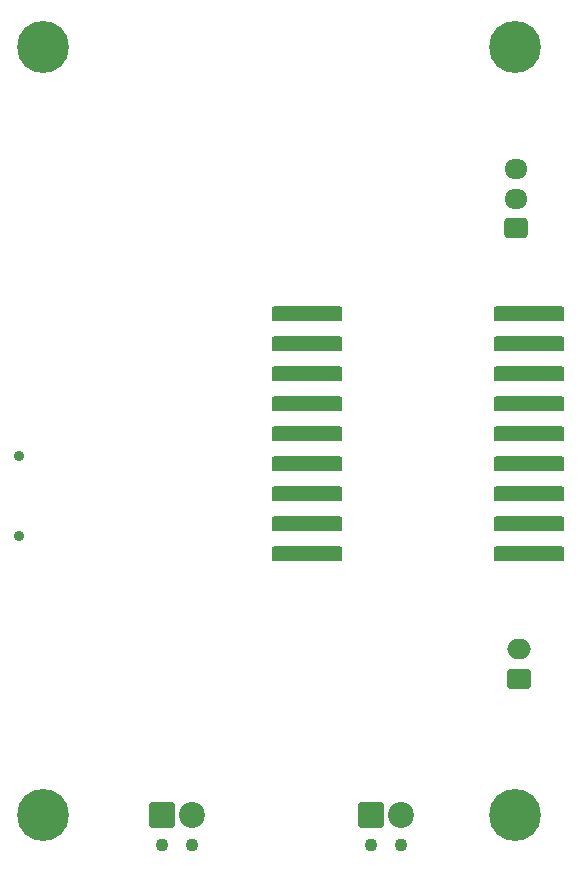
<source format=gbr>
%TF.GenerationSoftware,KiCad,Pcbnew,9.0.2*%
%TF.CreationDate,2025-06-11T22:20:25+01:00*%
%TF.ProjectId,Doorbell (Smaller),446f6f72-6265-46c6-9c20-28536d616c6c,1*%
%TF.SameCoordinates,Original*%
%TF.FileFunction,Soldermask,Bot*%
%TF.FilePolarity,Negative*%
%FSLAX46Y46*%
G04 Gerber Fmt 4.6, Leading zero omitted, Abs format (unit mm)*
G04 Created by KiCad (PCBNEW 9.0.2) date 2025-06-11 22:20:25*
%MOMM*%
%LPD*%
G01*
G04 APERTURE LIST*
G04 Aperture macros list*
%AMRoundRect*
0 Rectangle with rounded corners*
0 $1 Rounding radius*
0 $2 $3 $4 $5 $6 $7 $8 $9 X,Y pos of 4 corners*
0 Add a 4 corners polygon primitive as box body*
4,1,4,$2,$3,$4,$5,$6,$7,$8,$9,$2,$3,0*
0 Add four circle primitives for the rounded corners*
1,1,$1+$1,$2,$3*
1,1,$1+$1,$4,$5*
1,1,$1+$1,$6,$7*
1,1,$1+$1,$8,$9*
0 Add four rect primitives between the rounded corners*
20,1,$1+$1,$2,$3,$4,$5,0*
20,1,$1+$1,$4,$5,$6,$7,0*
20,1,$1+$1,$6,$7,$8,$9,0*
20,1,$1+$1,$8,$9,$2,$3,0*%
G04 Aperture macros list end*
%ADD10C,4.400000*%
%ADD11C,0.900000*%
%ADD12RoundRect,0.250000X0.725000X-0.600000X0.725000X0.600000X-0.725000X0.600000X-0.725000X-0.600000X0*%
%ADD13O,1.950000X1.700000*%
%ADD14C,1.100000*%
%ADD15RoundRect,0.249999X-0.850001X-0.850001X0.850001X-0.850001X0.850001X0.850001X-0.850001X0.850001X0*%
%ADD16C,2.200000*%
%ADD17RoundRect,0.190500X2.809500X0.444500X-2.809500X0.444500X-2.809500X-0.444500X2.809500X-0.444500X0*%
%ADD18RoundRect,0.190500X-2.809500X-0.444500X2.809500X-0.444500X2.809500X0.444500X-2.809500X0.444500X0*%
%ADD19RoundRect,0.250000X0.750000X-0.600000X0.750000X0.600000X-0.750000X0.600000X-0.750000X-0.600000X0*%
%ADD20O,2.000000X1.700000*%
G04 APERTURE END LIST*
D10*
%TO.C,H1*%
X5000000Y-5000000D03*
%TD*%
%TO.C,H4*%
X45000000Y-70000000D03*
%TD*%
%TO.C,H3*%
X5000000Y-70000000D03*
%TD*%
D11*
%TO.C,SW1*%
X3000000Y-39600000D03*
X3000000Y-46400000D03*
%TD*%
D12*
%TO.C,J4*%
X45043750Y-20343750D03*
D13*
X45043750Y-17843750D03*
X45043750Y-15343750D03*
%TD*%
D14*
%TO.C,J2*%
X32801133Y-72540000D03*
X35341133Y-72540000D03*
D15*
X32801133Y-70000000D03*
D16*
X35341133Y-70000000D03*
%TD*%
D17*
%TO.C,U3*%
X27343750Y-27633750D03*
X27343750Y-30173750D03*
X27343750Y-32713750D03*
X27343750Y-35253750D03*
X27343750Y-37793750D03*
X27343750Y-40333750D03*
X27343750Y-42873750D03*
X27343750Y-45413750D03*
X27343750Y-47953750D03*
D18*
X46203750Y-47953750D03*
X46203750Y-45413750D03*
X46203750Y-42873750D03*
X46203750Y-40333750D03*
X46203750Y-37793750D03*
X46203750Y-35253750D03*
X46203750Y-32713750D03*
X46203750Y-30173750D03*
X46203750Y-27633750D03*
%TD*%
D19*
%TO.C,J3*%
X45362500Y-58500000D03*
D20*
X45362500Y-56000000D03*
%TD*%
D10*
%TO.C,H2*%
X45000000Y-5000000D03*
%TD*%
D14*
%TO.C,J1*%
X15123333Y-72540000D03*
X17663333Y-72540000D03*
D15*
X15123333Y-70000000D03*
D16*
X17663333Y-70000000D03*
%TD*%
M02*

</source>
